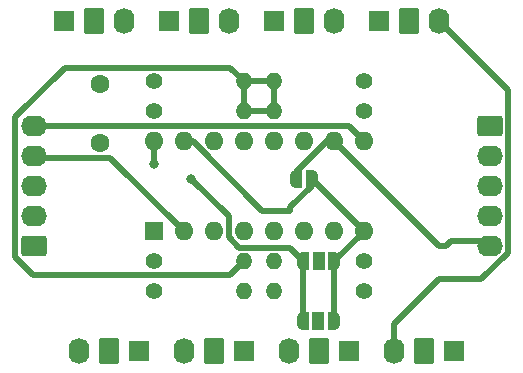
<source format=gbl>
G04 #@! TF.GenerationSoftware,KiCad,Pcbnew,7.0.1*
G04 #@! TF.CreationDate,2023-07-05T13:56:38-05:00*
G04 #@! TF.ProjectId,shift in breakout board,73686966-7420-4696-9e20-627265616b6f,rev?*
G04 #@! TF.SameCoordinates,Original*
G04 #@! TF.FileFunction,Copper,L2,Bot*
G04 #@! TF.FilePolarity,Positive*
%FSLAX46Y46*%
G04 Gerber Fmt 4.6, Leading zero omitted, Abs format (unit mm)*
G04 Created by KiCad (PCBNEW 7.0.1) date 2023-07-05 13:56:38*
%MOMM*%
%LPD*%
G01*
G04 APERTURE LIST*
G04 Aperture macros list*
%AMRoundRect*
0 Rectangle with rounded corners*
0 $1 Rounding radius*
0 $2 $3 $4 $5 $6 $7 $8 $9 X,Y pos of 4 corners*
0 Add a 4 corners polygon primitive as box body*
4,1,4,$2,$3,$4,$5,$6,$7,$8,$9,$2,$3,0*
0 Add four circle primitives for the rounded corners*
1,1,$1+$1,$2,$3*
1,1,$1+$1,$4,$5*
1,1,$1+$1,$6,$7*
1,1,$1+$1,$8,$9*
0 Add four rect primitives between the rounded corners*
20,1,$1+$1,$2,$3,$4,$5,0*
20,1,$1+$1,$4,$5,$6,$7,0*
20,1,$1+$1,$6,$7,$8,$9,0*
20,1,$1+$1,$8,$9,$2,$3,0*%
%AMFreePoly0*
4,1,19,0.500000,-0.750000,0.000000,-0.750000,0.000000,-0.744911,-0.071157,-0.744911,-0.207708,-0.704816,-0.327430,-0.627875,-0.420627,-0.520320,-0.479746,-0.390866,-0.500000,-0.250000,-0.500000,0.250000,-0.479746,0.390866,-0.420627,0.520320,-0.327430,0.627875,-0.207708,0.704816,-0.071157,0.744911,0.000000,0.744911,0.000000,0.750000,0.500000,0.750000,0.500000,-0.750000,0.500000,-0.750000,
$1*%
%AMFreePoly1*
4,1,19,0.000000,0.744911,0.071157,0.744911,0.207708,0.704816,0.327430,0.627875,0.420627,0.520320,0.479746,0.390866,0.500000,0.250000,0.500000,-0.250000,0.479746,-0.390866,0.420627,-0.520320,0.327430,-0.627875,0.207708,-0.704816,0.071157,-0.744911,0.000000,-0.744911,0.000000,-0.750000,-0.500000,-0.750000,-0.500000,0.750000,0.000000,0.750000,0.000000,0.744911,0.000000,0.744911,
$1*%
%AMFreePoly2*
4,1,19,0.550000,-0.750000,0.000000,-0.750000,0.000000,-0.744911,-0.071157,-0.744911,-0.207708,-0.704816,-0.327430,-0.627875,-0.420627,-0.520320,-0.479746,-0.390866,-0.500000,-0.250000,-0.500000,0.250000,-0.479746,0.390866,-0.420627,0.520320,-0.327430,0.627875,-0.207708,0.704816,-0.071157,0.744911,0.000000,0.744911,0.000000,0.750000,0.550000,0.750000,0.550000,-0.750000,0.550000,-0.750000,
$1*%
%AMFreePoly3*
4,1,19,0.000000,0.744911,0.071157,0.744911,0.207708,0.704816,0.327430,0.627875,0.420627,0.520320,0.479746,0.390866,0.500000,0.250000,0.500000,-0.250000,0.479746,-0.390866,0.420627,-0.520320,0.327430,-0.627875,0.207708,-0.704816,0.071157,-0.744911,0.000000,-0.744911,0.000000,-0.750000,-0.550000,-0.750000,-0.550000,0.750000,0.000000,0.750000,0.000000,0.744911,0.000000,0.744911,
$1*%
G04 Aperture macros list end*
G04 #@! TA.AperFunction,ComponentPad*
%ADD10R,1.700000X1.700000*%
G04 #@! TD*
G04 #@! TA.AperFunction,ComponentPad*
%ADD11RoundRect,0.250000X0.620000X0.845000X-0.620000X0.845000X-0.620000X-0.845000X0.620000X-0.845000X0*%
G04 #@! TD*
G04 #@! TA.AperFunction,ComponentPad*
%ADD12O,1.740000X2.190000*%
G04 #@! TD*
G04 #@! TA.AperFunction,ComponentPad*
%ADD13C,1.400000*%
G04 #@! TD*
G04 #@! TA.AperFunction,ComponentPad*
%ADD14O,1.400000X1.400000*%
G04 #@! TD*
G04 #@! TA.AperFunction,ComponentPad*
%ADD15RoundRect,0.250000X-0.620000X-0.845000X0.620000X-0.845000X0.620000X0.845000X-0.620000X0.845000X0*%
G04 #@! TD*
G04 #@! TA.AperFunction,ComponentPad*
%ADD16RoundRect,0.250000X-0.845000X0.620000X-0.845000X-0.620000X0.845000X-0.620000X0.845000X0.620000X0*%
G04 #@! TD*
G04 #@! TA.AperFunction,ComponentPad*
%ADD17O,2.190000X1.740000*%
G04 #@! TD*
G04 #@! TA.AperFunction,ComponentPad*
%ADD18RoundRect,0.250000X0.845000X-0.620000X0.845000X0.620000X-0.845000X0.620000X-0.845000X-0.620000X0*%
G04 #@! TD*
G04 #@! TA.AperFunction,ComponentPad*
%ADD19C,1.600000*%
G04 #@! TD*
G04 #@! TA.AperFunction,ComponentPad*
%ADD20R,1.600000X1.600000*%
G04 #@! TD*
G04 #@! TA.AperFunction,ComponentPad*
%ADD21O,1.600000X1.600000*%
G04 #@! TD*
G04 #@! TA.AperFunction,SMDPad,CuDef*
%ADD22FreePoly0,180.000000*%
G04 #@! TD*
G04 #@! TA.AperFunction,SMDPad,CuDef*
%ADD23FreePoly1,180.000000*%
G04 #@! TD*
G04 #@! TA.AperFunction,SMDPad,CuDef*
%ADD24FreePoly2,180.000000*%
G04 #@! TD*
G04 #@! TA.AperFunction,SMDPad,CuDef*
%ADD25R,1.000000X1.500000*%
G04 #@! TD*
G04 #@! TA.AperFunction,SMDPad,CuDef*
%ADD26FreePoly3,180.000000*%
G04 #@! TD*
G04 #@! TA.AperFunction,ViaPad*
%ADD27C,0.800000*%
G04 #@! TD*
G04 #@! TA.AperFunction,Conductor*
%ADD28C,0.500000*%
G04 #@! TD*
G04 #@! TA.AperFunction,Conductor*
%ADD29C,0.250000*%
G04 #@! TD*
G04 APERTURE END LIST*
D10*
X195580000Y-86360000D03*
D11*
X166370000Y-86360000D03*
D12*
X163830000Y-86360000D03*
D13*
X170180000Y-63500000D03*
D14*
X177800000Y-63500000D03*
D13*
X170180000Y-78740000D03*
D14*
X177800000Y-78740000D03*
D15*
X182880000Y-58420000D03*
D12*
X185420000Y-58420000D03*
D13*
X170180000Y-81280000D03*
D14*
X177800000Y-81280000D03*
D11*
X193040000Y-86360000D03*
D12*
X190500000Y-86360000D03*
D10*
X168910000Y-86360000D03*
D15*
X165100000Y-58420000D03*
D12*
X167640000Y-58420000D03*
D11*
X175260000Y-86360000D03*
D12*
X172720000Y-86360000D03*
D13*
X187960000Y-81280000D03*
D14*
X180340000Y-81280000D03*
D10*
X171450000Y-58420000D03*
D11*
X184150000Y-86360000D03*
D12*
X181610000Y-86360000D03*
D10*
X177800000Y-86360000D03*
D13*
X170180000Y-66040000D03*
D14*
X177800000Y-66040000D03*
D10*
X186690000Y-86360000D03*
D13*
X187960000Y-63500000D03*
D14*
X180340000Y-63500000D03*
D16*
X198628000Y-67310000D03*
D17*
X198628000Y-69850000D03*
X198628000Y-72390000D03*
X198628000Y-74930000D03*
X198628000Y-77470000D03*
D10*
X189230000Y-58420000D03*
X162560000Y-58420000D03*
D15*
X173990000Y-58420000D03*
D12*
X176530000Y-58420000D03*
D13*
X187960000Y-78740000D03*
D14*
X180340000Y-78740000D03*
D18*
X160020000Y-77470000D03*
D17*
X160020000Y-74930000D03*
X160020000Y-72390000D03*
X160020000Y-69850000D03*
X160020000Y-67310000D03*
D13*
X187960000Y-66040000D03*
D14*
X180340000Y-66040000D03*
D19*
X165608000Y-68754000D03*
X165608000Y-63754000D03*
D10*
X180340000Y-58420000D03*
D15*
X191770000Y-58420000D03*
D12*
X194310000Y-58420000D03*
D20*
X170180000Y-76200000D03*
D21*
X172720000Y-76200000D03*
X175260000Y-76200000D03*
X177800000Y-76200000D03*
X180340000Y-76200000D03*
X182880000Y-76200000D03*
X185420000Y-76200000D03*
X187960000Y-76200000D03*
X187960000Y-68580000D03*
X185420000Y-68580000D03*
X182880000Y-68580000D03*
X180340000Y-68580000D03*
X177800000Y-68580000D03*
X175260000Y-68580000D03*
X172720000Y-68580000D03*
X170180000Y-68580000D03*
D22*
X183545000Y-71755000D03*
D23*
X182245000Y-71755000D03*
D24*
X185420000Y-83820000D03*
D25*
X184120000Y-83820000D03*
D26*
X182820000Y-83820000D03*
D24*
X185450000Y-78740000D03*
D25*
X184150000Y-78740000D03*
D26*
X182850000Y-78740000D03*
D27*
X170180000Y-70485000D03*
X173355000Y-71755000D03*
X184150000Y-83820000D03*
X184150000Y-78740000D03*
D28*
X182245000Y-71168604D02*
X184833604Y-68580000D01*
X182245000Y-71755000D02*
X182245000Y-71168604D01*
X184833604Y-68580000D02*
X185420000Y-68580000D01*
X181755000Y-74131396D02*
X183545000Y-72341396D01*
X183545000Y-71755000D02*
X183545000Y-71785000D01*
X173492233Y-68580000D02*
X172720000Y-68580000D01*
X179377233Y-74465000D02*
X173492233Y-68580000D01*
X183545000Y-71785000D02*
X187960000Y-76200000D01*
X181755000Y-74465000D02*
X179377233Y-74465000D01*
X183545000Y-72341396D02*
X183545000Y-71755000D01*
X185450000Y-83790000D02*
X185450000Y-78740000D01*
X187960000Y-76200000D02*
X187960000Y-76230000D01*
X185420000Y-83820000D02*
X185450000Y-83790000D01*
X187960000Y-76230000D02*
X185450000Y-78740000D01*
X181755000Y-74465000D02*
X181755000Y-74131396D01*
X160174000Y-70004000D02*
X166524000Y-70004000D01*
X166524000Y-70004000D02*
X172720000Y-76200000D01*
X160020000Y-69850000D02*
X160174000Y-70004000D01*
X187960000Y-68580000D02*
X186710000Y-67330000D01*
X186710000Y-67330000D02*
X172466000Y-67330000D01*
X172446000Y-67310000D02*
X172466000Y-67330000D01*
X160020000Y-67310000D02*
X172446000Y-67310000D01*
X173355000Y-71755000D02*
X176550000Y-74950000D01*
X177422233Y-77590000D02*
X181689059Y-77590000D01*
X182850000Y-83790000D02*
X182850000Y-78740000D01*
X170180000Y-70485000D02*
X170180000Y-68580000D01*
X181689059Y-77590000D02*
X182839059Y-78740000D01*
X182820000Y-83820000D02*
X182850000Y-83790000D01*
X182839059Y-78740000D02*
X182850000Y-78740000D01*
X176550000Y-76717767D02*
X177422233Y-77590000D01*
X176550000Y-74950000D02*
X176550000Y-76717767D01*
X195371000Y-77024000D02*
X198182000Y-77024000D01*
X194310000Y-77470000D02*
X185420000Y-68580000D01*
X194925000Y-77470000D02*
X194310000Y-77470000D01*
X198182000Y-77024000D02*
X198628000Y-77470000D01*
X194925000Y-77470000D02*
X195371000Y-77024000D01*
D29*
X184120000Y-83820000D02*
X184150000Y-83820000D01*
D28*
X176650000Y-62350000D02*
X162690000Y-62350000D01*
X158475000Y-78379949D02*
X159985051Y-79890000D01*
X162690000Y-62350000D02*
X158475000Y-66565000D01*
X180340000Y-66040000D02*
X180340000Y-63500000D01*
X159985051Y-79890000D02*
X176650000Y-79890000D01*
X177800000Y-63500000D02*
X180340000Y-63500000D01*
X176650000Y-79890000D02*
X177800000Y-78740000D01*
X177800000Y-63500000D02*
X177800000Y-66040000D01*
X158475000Y-66565000D02*
X158475000Y-78379949D01*
X177800000Y-66040000D02*
X180340000Y-66040000D01*
X177800000Y-63500000D02*
X176650000Y-62350000D01*
X194310000Y-80264000D02*
X197925762Y-80264000D01*
X190500000Y-84074000D02*
X194310000Y-80264000D01*
X190500000Y-86360000D02*
X190500000Y-84074000D01*
X197925762Y-80264000D02*
X200173000Y-78016762D01*
X200173000Y-78016762D02*
X200173000Y-64283000D01*
X200173000Y-64283000D02*
X194310000Y-58420000D01*
M02*

</source>
